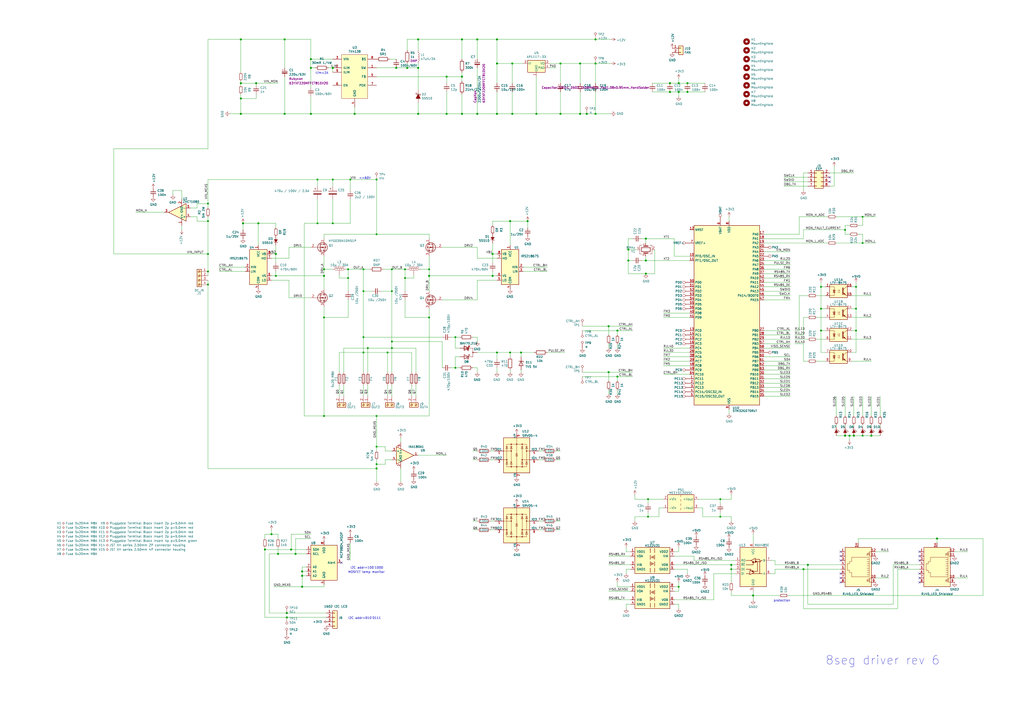
<source format=kicad_sch>
(kicad_sch (version 20230409) (generator eeschema)

  (uuid a4b014d8-050b-4a7a-9077-d2799def17e5)

  (paper "A2")

  

  (junction (at 345.44 66.04) (diameter 1.016) (color 0 0 0 0)
    (uuid 00f422f1-f7f8-45df-931d-5010ff4fc931)
  )
  (junction (at 248.92 160.02) (diameter 1.016) (color 0 0 0 0)
    (uuid 0320d5ba-1f2a-4dbb-90ec-b8337f7c0078)
  )
  (junction (at 311.15 66.04) (diameter 1.016) (color 0 0 0 0)
    (uuid 035e3df6-a887-424c-8db8-3025c19db82a)
  )
  (junction (at 417.83 289.56) (diameter 0) (color 0 0 0 0)
    (uuid 08ee1e7a-8d3a-4298-bf77-657ae0db370b)
  )
  (junction (at 165.1 22.86) (diameter 1.016) (color 0 0 0 0)
    (uuid 0903abc9-8580-46a5-a0e4-5ce6a661e2ab)
  )
  (junction (at 417.83 299.72) (diameter 0) (color 0 0 0 0)
    (uuid 09412149-c3d7-42cc-b02a-e8a0a7d26ad1)
  )
  (junction (at 340.36 66.04) (diameter 1.016) (color 0 0 0 0)
    (uuid 0a067b79-8dc4-41ec-aa3e-4cf0bb5d840d)
  )
  (junction (at 496.57 191.77) (diameter 0) (color 0 0 0 0)
    (uuid 0a0d5359-1d79-44ae-bbc1-b3db6ece17a2)
  )
  (junction (at 175.26 334.01) (diameter 1.016) (color 0 0 0 0)
    (uuid 0ca53f50-b13d-43cb-88af-bf26352ab851)
  )
  (junction (at 259.08 44.45) (diameter 1.016) (color 0 0 0 0)
    (uuid 0e013a49-ea28-4317-91d8-c846afcf1446)
  )
  (junction (at 375.92 299.72) (diameter 0) (color 0 0 0 0)
    (uuid 0e8c626b-bb94-41ba-bd62-878b934553b1)
  )
  (junction (at 345.44 36.83) (diameter 1.016) (color 0 0 0 0)
    (uuid 0ecb41a9-edcd-4167-851b-0a409316af20)
  )
  (junction (at 227.33 201.93) (diameter 0) (color 0 0 0 0)
    (uuid 117b1c6d-cd05-4165-95be-8cc26682d4e6)
  )
  (junction (at 120.65 118.11) (diameter 0) (color 0 0 0 0)
    (uuid 12481141-735e-4613-bc2c-ed1fbae616af)
  )
  (junction (at 213.36 201.93) (diameter 0) (color 0 0 0 0)
    (uuid 130bbd26-5cf4-44a7-89ae-0b1c35d239d6)
  )
  (junction (at 267.97 66.04) (diameter 1.016) (color 0 0 0 0)
    (uuid 17438b62-92c5-4c16-8372-5519e17644ba)
  )
  (junction (at 288.29 204.47) (diameter 0) (color 0 0 0 0)
    (uuid 176d78f8-ee33-48e8-8626-c5f4a9ac9253)
  )
  (junction (at 364.49 151.13) (diameter 1.016) (color 0 0 0 0)
    (uuid 197eb893-ab50-430d-9190-6ad4ef716463)
  )
  (junction (at 496.57 179.07) (diameter 0) (color 0 0 0 0)
    (uuid 19e14406-ba74-4917-a048-f5dbe4e6afab)
  )
  (junction (at 139.7 22.86) (diameter 1.016) (color 0 0 0 0)
    (uuid 1d5da22d-f43f-4a8c-b79f-b6a201ab433d)
  )
  (junction (at 157.48 309.88) (diameter 1.016) (color 0 0 0 0)
    (uuid 1eeb059b-acfc-46ea-bb64-a81bc92bb3a3)
  )
  (junction (at 476.25 179.07) (diameter 0) (color 0 0 0 0)
    (uuid 211d2edf-7005-449f-bc5d-8eca38d8bb6e)
  )
  (junction (at 543.56 312.42) (diameter 1.016) (color 0 0 0 0)
    (uuid 2177752a-ab07-4db4-a753-15c95f4ea0ea)
  )
  (junction (at 218.44 259.08) (diameter 0) (color 0 0 0 0)
    (uuid 26c973fa-96f3-42b2-a211-ca3d321e1041)
  )
  (junction (at 492.76 252.73) (diameter 1.016) (color 0 0 0 0)
    (uuid 27fcf822-a402-4867-858f-a19ea5819b84)
  )
  (junction (at 148.59 48.26) (diameter 1.016) (color 0 0 0 0)
    (uuid 29d932ac-35b1-4719-b024-fb16ea3d7d64)
  )
  (junction (at 295.91 128.27) (diameter 1.016) (color 0 0 0 0)
    (uuid 2bbf58a4-4126-478e-b296-04cae21d1e49)
  )
  (junction (at 302.26 204.47) (diameter 0) (color 0 0 0 0)
    (uuid 2de04189-82cd-4f64-bb4a-d15b8bda3c3d)
  )
  (junction (at 180.34 66.04) (diameter 1.016) (color 0 0 0 0)
    (uuid 2ef7a379-fc96-409e-86be-72ad614f5c77)
  )
  (junction (at 187.96 160.02) (diameter 1.016) (color 0 0 0 0)
    (uuid 33c966db-50f5-43db-9455-0a2a2c65d44b)
  )
  (junction (at 210.82 204.47) (diameter 0) (color 0 0 0 0)
    (uuid 34a8df00-dce4-4145-858c-4ee04793e310)
  )
  (junction (at 201.93 161.29) (diameter 0) (color 0 0 0 0)
    (uuid 350628bc-cd1a-40ff-b431-4e7d7c62d68b)
  )
  (junction (at 259.08 66.04) (diameter 1.016) (color 0 0 0 0)
    (uuid 377b7b69-af5e-4cc7-8770-03636f199c92)
  )
  (junction (at 495.3 252.73) (diameter 1.016) (color 0 0 0 0)
    (uuid 3a1e84d6-a87a-4bfb-a2a4-3c6397a7592a)
  )
  (junction (at 227.33 168.91) (diameter 0) (color 0 0 0 0)
    (uuid 3a8f40ae-2e79-4177-9f98-fb8dc7763aba)
  )
  (junction (at 500.38 125.73) (diameter 0) (color 0 0 0 0)
    (uuid 3b5623e9-46f1-4b36-9457-0c0b1018d010)
  )
  (junction (at 353.06 189.23) (diameter 1.016) (color 0 0 0 0)
    (uuid 3ba4cc3b-ceb4-4b38-8b98-08a2715df3eb)
  )
  (junction (at 187.96 241.3) (diameter 0) (color 0 0 0 0)
    (uuid 3cf83d27-64e8-4f02-8293-9208ee79a516)
  )
  (junction (at 500.38 252.73) (diameter 0) (color 0 0 0 0)
    (uuid 3eff19e4-fd72-476a-87b1-b08e7931cbe4)
  )
  (junction (at 227.33 156.21) (diameter 0) (color 0 0 0 0)
    (uuid 40689062-8cea-423a-ae91-f37b9b5d6731)
  )
  (junction (at 325.12 66.04) (diameter 1.016) (color 0 0 0 0)
    (uuid 41ab825f-1308-4d4a-91de-7aaf5c5b747f)
  )
  (junction (at 120.65 157.48) (diameter 0) (color 0 0 0 0)
    (uuid 41d1bc65-d837-4d03-b9b1-af5f3dac5494)
  )
  (junction (at 242.57 39.37) (diameter 1.016) (color 0 0 0 0)
    (uuid 423257a9-1cf1-4a26-a368-ae40c8616c22)
  )
  (junction (at 358.14 218.44) (diameter 1.016) (color 0 0 0 0)
    (uuid 442eceee-b445-4cfa-9521-bb7fb466462a)
  )
  (junction (at 288.29 66.04) (diameter 1.016) (color 0 0 0 0)
    (uuid 4467c9c4-0f8b-4288-b7af-6bb921025486)
  )
  (junction (at 288.29 36.83) (diameter 1.016) (color 0 0 0 0)
    (uuid 4a47447e-b34c-4e4b-b428-2f135e8a14ea)
  )
  (junction (at 153.67 318.77) (diameter 1.016) (color 0 0 0 0)
    (uuid 4d19e9f6-2b27-4560-a8a4-871f4ba21385)
  )
  (junction (at 205.74 66.04) (diameter 1.016) (color 0 0 0 0)
    (uuid 4d403375-e327-48a2-a6fd-056a25e40431)
  )
  (junction (at 297.18 36.83) (diameter 1.016) (color 0 0 0 0)
    (uuid 4d7cf408-1fc7-4553-9038-f9c22b416fa2)
  )
  (junction (at 295.91 204.47) (diameter 0) (color 0 0 0 0)
    (uuid 4ed5c65d-270b-421e-a4bb-055283c5e7de)
  )
  (junction (at 171.45 321.31) (diameter 1.016) (color 0 0 0 0)
    (uuid 510b37f1-3e19-48e5-8568-52d428cbdd61)
  )
  (junction (at 336.55 36.83) (diameter 1.016) (color 0 0 0 0)
    (uuid 526dfc45-c0d3-4891-8542-76be0de6756f)
  )
  (junction (at 160.02 160.02) (diameter 0) (color 0 0 0 0)
    (uuid 52f7564e-abff-467f-bf4c-1375dc3072a9)
  )
  (junction (at 276.86 22.86) (diameter 1.016) (color 0 0 0 0)
    (uuid 5358b62b-76e6-4793-ac7f-61586e0c2ec1)
  )
  (junction (at 374.65 151.13) (diameter 1.016) (color 0 0 0 0)
    (uuid 546dfa7f-4b59-408f-b383-761304e2055d)
  )
  (junction (at 160.02 147.32) (diameter 1.016) (color 0 0 0 0)
    (uuid 5924bd5c-a4a5-4953-94e3-24f4618f17dc)
  )
  (junction (at 234.95 156.21) (diameter 0) (color 0 0 0 0)
    (uuid 5a597426-dcd2-4ae1-9a74-aab26e1fd4bb)
  )
  (junction (at 180.34 39.37) (diameter 1.016) (color 0 0 0 0)
    (uuid 5b091244-19d1-4b58-aaf6-db793657a6a4)
  )
  (junction (at 496.57 166.37) (diameter 0) (color 0 0 0 0)
    (uuid 5c9d06b1-c0cb-4b76-95d2-6ba7983a9bc7)
  )
  (junction (at 218.44 241.3) (diameter 0) (color 0 0 0 0)
    (uuid 5e3d3ba1-9852-4139-b92b-4df2f2492174)
  )
  (junction (at 393.7 340.36) (diameter 0) (color 0 0 0 0)
    (uuid 5ef12dd1-8374-4bec-8a76-bfc5aa1498e7)
  )
  (junction (at 218.44 135.89) (diameter 0) (color 0 0 0 0)
    (uuid 5fdb59f3-416a-47f0-8757-7fc89a377871)
  )
  (junction (at 187.96 184.15) (diameter 0) (color 0 0 0 0)
    (uuid 5ffc360b-17f9-4288-b7d7-f6939e9bb824)
  )
  (junction (at 345.44 22.86) (diameter 1.016) (color 0 0 0 0)
    (uuid 6112e5e3-5333-4eec-b6e2-b535ee37a2f6)
  )
  (junction (at 140.97 129.54) (diameter 1.016) (color 0 0 0 0)
    (uuid 62499af8-dd25-46ec-90b9-62e3a1422b55)
  )
  (junction (at 297.18 66.04) (diameter 1.016) (color 0 0 0 0)
    (uuid 66c337d2-b5e0-493e-aac8-3c7c16bef129)
  )
  (junction (at 175.26 340.36) (diameter 1.016) (color 0 0 0 0)
    (uuid 67df6e4b-aea8-4c3c-b09a-0bfc42ca01ba)
  )
  (junction (at 210.82 156.21) (diameter 0) (color 0 0 0 0)
    (uuid 6a3e1dec-9cfc-4b3b-8983-a4237bc395c9)
  )
  (junction (at 500.38 140.97) (diameter 0) (color 0 0 0 0)
    (uuid 6b26881f-f251-4a0d-afad-8a6a4c5835b2)
  )
  (junction (at 393.7 53.34) (diameter 1.016) (color 0 0 0 0)
    (uuid 6f0907ee-51ac-4830-99ce-6f122169ebd5)
  )
  (junction (at 476.25 191.77) (diameter 0) (color 0 0 0 0)
    (uuid 70afe2ac-da0b-4481-b3dc-104bb2f2cf5c)
  )
  (junction (at 364.49 144.78) (diameter 1.016) (color 0 0 0 0)
    (uuid 71b23dd2-c4ff-48b0-b045-1cef4afdd0ba)
  )
  (junction (at 398.78 53.34) (diameter 1.016) (color 0 0 0 0)
    (uuid 726abf46-4c68-4de0-b28d-c64c6f1363ba)
  )
  (junction (at 210.82 195.58) (diameter 0) (color 0 0 0 0)
    (uuid 742ae2b3-db2a-47dc-b1f4-64bee423a2d9)
  )
  (junction (at 242.57 66.04) (diameter 1.016) (color 0 0 0 0)
    (uuid 74a91f23-026b-488a-8683-941ade4f8419)
  )
  (junction (at 193.04 104.14) (diameter 0) (color 0 0 0 0)
    (uuid 75441a35-7b8c-409e-9ac9-a06169866556)
  )
  (junction (at 234.95 161.29) (diameter 0) (color 0 0 0 0)
    (uuid 770f518c-7b5d-4e34-9c97-192a6af07510)
  )
  (junction (at 248.92 184.15) (diameter 0) (color 0 0 0 0)
    (uuid 7790582f-4aa9-4c7d-9b50-29e85d31af39)
  )
  (junction (at 168.91 318.77) (diameter 1.016) (color 0 0 0 0)
    (uuid 7a96add3-47eb-4e25-94c5-098c8c67bd25)
  )
  (junction (at 353.06 215.9) (diameter 1.016) (color 0 0 0 0)
    (uuid 8590b800-13d7-4325-b887-26ccf4d18c5a)
  )
  (junction (at 374.65 158.75) (diameter 1.016) (color 0 0 0 0)
    (uuid 869ab7b5-94ce-4ba4-ac06-f87b4d6a081e)
  )
  (junction (at 505.46 252.73) (diameter 1.016) (color 0 0 0 0)
    (uuid 86c38215-051f-4de4-9483-d96bedd86a9e)
  )
  (junction (at 161.29 321.31) (diameter 1.016) (color 0 0 0 0)
    (uuid 874d7e1c-e18e-482b-9de1-baa9c0166694)
  )
  (junction (at 180.34 34.29) (diameter 1.016) (color 0 0 0 0)
    (uuid 892cf1a6-708d-475a-a57e-f3ba0d9faa64)
  )
  (junction (at 276.86 66.04) (diameter 1.016) (color 0 0 0 0)
    (uuid 894a30af-e630-490e-b8fd-be6ea13ab67c)
  )
  (junction (at 227.33 198.12) (diameter 0) (color 0 0 0 0)
    (uuid 89a24618-80e8-4a46-8fe8-cbe240cb817c)
  )
  (junction (at 120.65 147.32) (diameter 0) (color 0 0 0 0)
    (uuid 8bdbfe33-cc57-4b3d-a4f0-5eaf267628d3)
  )
  (junction (at 285.75 147.32) (diameter 1.016) (color 0 0 0 0)
    (uuid 8f2a842c-a024-4a46-bace-f8363576d461)
  )
  (junction (at 267.97 22.86) (diameter 1.016) (color 0 0 0 0)
    (uuid 90df0114-0305-498a-b67b-e25624694405)
  )
  (junction (at 285.75 160.02) (diameter 1.016) (color 0 0 0 0)
    (uuid 910d03ea-b724-4332-8f3b-1c8ecf717b86)
  )
  (junction (at 466.09 330.2) (diameter 1.016) (color 0 0 0 0)
    (uuid 97530217-d9c2-4032-8a95-548dd7ec914d)
  )
  (junction (at 248.92 156.21) (diameter 0) (color 0 0 0 0)
    (uuid 9766ca31-408b-4d95-9bad-173ca2b52508)
  )
  (junction (at 490.22 252.73) (diameter 1.016) (color 0 0 0 0)
    (uuid 9948e0a1-7b24-4486-a82f-1d91da28a292)
  )
  (junction (at 184.15 129.54) (diameter 0) (color 0 0 0 0)
    (uuid 9b4baf89-104f-4286-b4e5-ae37eebed429)
  )
  (junction (at 149.86 129.54) (diameter 1.016) (color 0 0 0 0)
    (uuid 9b74b1b8-a079-4f26-86cb-e2d6b81bdb59)
  )
  (junction (at 203.2 104.14) (diameter 0) (color 0 0 0 0)
    (uuid 9c9e7b9a-3512-4b00-a4b3-3ba5e0af1faa)
  )
  (junction (at 218.44 269.24) (diameter 0) (color 0 0 0 0)
    (uuid 9e7cc61a-56b6-453e-8aa6-893d4ef70806)
  )
  (junction (at 139.7 66.04) (diameter 1.016) (color 0 0 0 0)
    (uuid 9ea2e9ea-6b59-4473-90c7-59b29455eba8)
  )
  (junction (at 120.65 165.1) (diameter 0) (color 0 0 0 0)
    (uuid a06437e5-dc2c-4eed-b39d-8ddf36907e33)
  )
  (junction (at 398.78 48.26) (diameter 1.016) (color 0 0 0 0)
    (uuid a0dccd9a-c66a-4903-bce0-ac1049d29474)
  )
  (junction (at 325.12 36.83) (diameter 1.016) (color 0 0 0 0)
    (uuid a71f8055-7cc3-4ed1-937c-85a0c4bc488e)
  )
  (junction (at 120.65 128.27) (diameter 0) (color 0 0 0 0)
    (uuid a90c89ab-51df-4a17-9990-10a79d1ae44b)
  )
  (junction (at 224.79 204.47) (diameter 0) (color 0 0 0 0)
    (uuid acb3dbc8-11cf-4a73-8680-8cd7d2ef6507)
  )
  (junction (at 267.97 44.45) (diameter 1.016) (color 0 0 0 0)
    (uuid ad0b028b-81c5-43f9-a187-cfc93887d452)
  )
  (junction (at 393.7 48.26) (diameter 1.016) (color 0 0 0 0)
    (uuid ad2bb25f-d622-4d87-947a-dc4d94a393ae)
  )
  (junction (at 218.44 271.78) (diameter 1.016) (color 0 0 0 0)
    (uuid af50ecc3-8bf3-4d38-9727-ca14d09557ea)
  )
  (junction (at 436.88 345.44) (diameter 1.016) (color 0 0 0 0)
    (uuid af9650c7-e985-4bd4-891a-54a81329d534)
  )
  (junction (at 236.22 39.37) (diameter 1.016) (color 0 0 0 0)
    (uuid afb2050b-873a-4057-a6f5-2f8efbd48ac6)
  )
  (junction (at 165.1 66.04) (diameter 1.016) (color 0 0 0 0)
    (uuid b458bd04-5ee4-4069-8fb9-5f1984ee02a1)
  )
  (junction (at 139.7 48.26) (diameter 1.016) (color 0 0 0 0)
    (uuid ba2201e2-6ab3-43df-bed9-9ac88aec6ed9)
  )
  (junction (at 388.62 48.26) (diameter 1.016) (color 0 0 0 0)
    (uuid bfb6e205-4940-46f0-9df4-153f8e1aaa7f)
  )
  (junction (at 375.92 289.56) (diameter 0) (color 0 0 0 0)
    (uuid bfbd8467-f886-4530-ab09-cae4d2a8aa60)
  )
  (junction (at 468.63 327.66) (diameter 1.016) (color 0 0 0 0)
    (uuid c06fdadb-8ddb-412d-af41-69083e917112)
  )
  (junction (at 264.16 195.58) (diameter 0) (color 0 0 0 0)
    (uuid c2bf86a7-2544-42d3-abe9-f753e4ee5a4c)
  )
  (junction (at 358.14 191.77) (diameter 1.016) (color 0 0 0 0)
    (uuid c3127fc8-ab5b-4477-a3d7-4ba0b9c49089)
  )
  (junction (at 264.16 213.36) (diameter 0) (color 0 0 0 0)
    (uuid c66bed68-af8e-477e-800f-414019c70f5b)
  )
  (junction (at 229.87 39.37) (diameter 1.016) (color 0 0 0 0)
    (uuid c66f7e17-4c9b-49ec-a9d9-a26d8d08f351)
  )
  (junction (at 424.18 327.66) (diameter 1.016) (color 0 0 0 0)
    (uuid cec8ba27-616e-40a4-90cc-2b3e8fe9ee8b)
  )
  (junction (at 193.04 39.37) (diameter 1.016) (color 0 0 0 0)
    (uuid d2f0248d-b920-4443-96ee-1df87eceaf08)
  )
  (junction (at 184.15 104.14) (diameter 0) (color 0 0 0 0)
    (uuid d41d247c-161e-4204-a709-b270344d03c3)
  )
  (junction (at 476.25 166.37) (diameter 0) (color 0 0 0 0)
    (uuid db9f3bd0-8457-4418-afa3-a97048d16f26)
  )
  (junction (at 336.55 66.04) (diameter 1.016) (color 0 0 0 0)
    (uuid e00e7a69-7876-4f7f-84a6-70f9097f197d)
  )
  (junction (at 306.07 128.27) (diameter 1.016) (color 0 0 0 0)
    (uuid e0f69eb1-4709-4657-9f74-fb5d17a06ed4)
  )
  (junction (at 175.26 331.47) (diameter 1.016) (color 0 0 0 0)
    (uuid e3e41faa-8169-4615-a9c9-213c0d620a5e)
  )
  (junction (at 166.37 355.6) (diameter 1.016) (color 0 0 0 0)
    (uuid e48f7b35-32c2-4f21-8f16-b643e635e96e)
  )
  (junction (at 424.18 330.2) (diameter 0) (color 0 0 0 0)
    (uuid e60a82f4-29b9-480c-8c6f-082dc0ab7f1f)
  )
  (junction (at 166.37 358.14) (diameter 1.016) (color 0 0 0 0)
    (uuid e62ec827-61f3-4a66-8872-be2c46aecf07)
  )
  (junction (at 242.57 22.86) (diameter 1.016) (color 0 0 0 0)
    (uuid e65fb0cc-5624-4d1f-8b10-47d46fc3067e)
  )
  (junction (at 201.93 156.21) (diameter 0) (color 0 0 0 0)
    (uuid e6932ae2-dc0c-4f61-95b9-7af407aa076c)
  )
  (junction (at 374.65 138.43) (diameter 1.016) (color 0 0 0 0)
    (uuid e9036d12-438e-4734-99a1-0bb5aaef2eec)
  )
  (junction (at 288.29 22.86) (diameter 1.016) (color 0 0 0 0)
    (uuid ea126893-85e1-47f7-ab86-95880f835131)
  )
  (junction (at 210.82 168.91) (diameter 0) (color 0 0 0 0)
    (uuid eade7e85-16df-4223-b3a9-b1508e758abd)
  )
  (junction (at 490.22 133.35) (diameter 0) (color 0 0 0 0)
    (uuid f1eaa29b-d971-40a2-b1d4-15c9ba8bd275)
  )
  (junction (at 187.96 156.21) (diameter 0) (color 0 0 0 0)
    (uuid f25eed45-9cff-4bcf-8f75-f4bb2d064bf1)
  )
  (junction (at 193.04 129.54) (diameter 0) (color 0 0 0 0)
    (uuid f46551b8-c188-4699-8077-80afdd7181cf)
  )
  (junction (at 388.62 53.34) (diameter 1.016) (color 0 0 0 0)
    (uuid f4a903a9-fcfe-48ab-8d0a-abc0c3179b30)
  )
  (junction (at 139.7 57.15) (diameter 1.016) (color 0 0 0 0)
    (uuid fd27718e-14d1-4dfa-96ae-77db64da4003)
  )
  (junction (at 218.44 104.14) (diameter 0) (color 0 0 0 0)
    (uuid fdd18836-d862-47dc-890b-f20f98cf0ea3)
  )

  (no_connect (at 487.68 322.58) (uuid 0525c98b-0dec-46f0-b699-cf9475eeba19))
  (no_connect (at 198.12 326.39) (uuid 46ca69a9-5d31-4bc1-9ced-3c7b116a3036))
  (no_connect (at 533.4 337.82) (uuid 48946b18-b753-4e71-9ee3-e5230a2a902b))
  (no_connect (at 487.68 335.28) (uuid 8c58f85d-95d4-4f58-b4a4-ac4fac049f55))
  (no_connect (at 487.68 337.82) (uuid 9f54a902-0b18-46b9-98ad-c6792cdae6e5))
  (no_connect (at 533.4 325.12) (uuid a46b7c0d-b4fa-47dc-98a5-d5c593c702e2))
  (no_connect (at 487.68 332.74) (uuid afa60920-e327-4b32-a46c-fdf8291c7430))
  (no_connect (at 533.4 320.04) (uuid b13cb89e-237e-45c6-91a5-897be29331f8))
  (no_connect (at 487.68 325.12) (uuid b1f38491-4652-422c-b0da-514a2293ea97))
  (no_connect (at 487.68 320.04) (uuid c53ede21-0cf3-4111-ae02-3c1756ee5063))
  (no_connect (at 533.4 332.74) (uuid ed34b661-daf0-4e2b-bcde-b8cd1cfc0f39))
  (no_connect (at 533.4 322.58) (uuid ee45a50c-ebfd-40d3-9b4b-c2b9bf90055d))
  (no_connect (at 533.4 335.28) (uuid eee60b3c-25b9-475e-a949-38aec09eec65))
  (no_connect (at 481.33 105.41) (uuid ef77bb6b-94ba-436b-ad9f-5fc5cbc010bc))
  (no_connect (at 481.33 102.87) (uuid ef77bb6b-94ba-436b-ad9f-5fc5cbc010bd))

  (wire (pts (xy 398.78 48.26) (xy 408.94 48.26))
    (stroke (width 0) (type solid))
    (uuid 0125158a-83af-46c8-9c53-40abe6b401a2)
  )
  (wire (pts (xy 259.08 66.04) (xy 267.97 66.04))
    (stroke (width 0) (type solid))
    (uuid 02ad3fbc-4f36-4004-b97c-1262e0af1410)
  )
  (wire (pts (xy 461.01 194.31) (xy 466.09 194.31))
    (stroke (width 0) (type default))
    (uuid 02fcc3cd-80ac-45d8-a2d0-00636f65cc92)
  )
  (wire (pts (xy 223.52 269.24) (xy 223.52 266.7))
    (stroke (width 0) (type default))
    (uuid 031fba2e-dd93-4900-afa3-6c360b1d9363)
  )
  (wire (pts (xy 318.77 39.37) (xy 322.58 39.37))
    (stroke (width 0) (type solid))
    (uuid 033d91b2-7700-47d4-9813-cae9e301651e)
  )
  (wire (pts (xy 182.88 39.37) (xy 180.34 39.37))
    (stroke (width 0) (type solid))
    (uuid 039718b7-fa03-431f-b93b-f6449ecff0cf)
  )
  (wire (pts (xy 234.95 161.29) (xy 234.95 168.91))
    (stroke (width 0) (type default))
    (uuid 03eee8c4-5569-457f-b3a9-cea990f0636c)
  )
  (wire (pts (xy 492.76 130.81) (xy 490.22 130.81))
    (stroke (width 0) (type default))
    (uuid 04026016-3474-447c-9724-0e9128046132)
  )
  (wire (pts (xy 171.45 321.31) (xy 161.29 321.31))
    (stroke (width 0) (type solid))
    (uuid 0532c6b3-06b8-49eb-8576-10b05a190a90)
  )
  (wire (pts (xy 358.14 340.36) (xy 365.76 340.36))
    (stroke (width 0) (type default))
    (uuid 057c0cbc-dbc9-4526-835b-46cf3c41bc85)
  )
  (wire (pts (xy 166.37 355.6) (xy 189.23 355.6))
    (stroke (width 0) (type solid))
    (uuid 05d38674-844f-4d26-96a8-fbe915d8031c)
  )
  (wire (pts (xy 114.3 128.27) (xy 120.65 128.27))
    (stroke (width 0) (type default))
    (uuid 067b5c43-4fd9-4094-9167-89dc0c02bfaa)
  )
  (wire (pts (xy 248.92 184.15) (xy 248.92 179.07))
    (stroke (width 0) (type solid))
    (uuid 070aefd7-d02d-48d1-a2d5-d2f761a52ecb)
  )
  (wire (pts (xy 443.23 168.91) (xy 458.47 168.91))
    (stroke (width 0) (type default))
    (uuid 076b2c7b-42d9-4290-8e12-be7c6687b4b1)
  )
  (wire (pts (xy 363.22 320.04) (xy 365.76 320.04))
    (stroke (width 0) (type default))
    (uuid 07f70b5e-d3e2-473c-82b1-5b6a3d28b50b)
  )
  (wire (pts (xy 227.33 198.12) (xy 227.33 201.93))
    (stroke (width 0) (type default))
    (uuid 08f2dd9b-f0df-47f9-87fd-19251f9a5050)
  )
  (wire (pts (xy 187.96 148.59) (xy 187.96 156.21))
    (stroke (width 0) (type solid))
    (uuid 0908971d-0a3b-4817-9803-29a53fd07749)
  )
  (wire (pts (xy 276.86 34.29) (xy 276.86 22.86))
    (stroke (width 0) (type solid))
    (uuid 093dd22f-3d54-4f90-b915-835042bcb84a)
  )
  (wire (pts (xy 322.58 261.62) (xy 325.12 261.62))
    (stroke (width 0) (type default))
    (uuid 0959fa8d-9220-4008-a51b-bb9e6a4c02d6)
  )
  (wire (pts (xy 407.67 299.72) (xy 417.83 299.72))
    (stroke (width 0) (type default))
    (uuid 0ac29e11-12ab-4c46-96db-db8276d5eda5)
  )
  (wire (pts (xy 473.71 171.45) (xy 478.79 171.45))
    (stroke (width 0) (type default))
    (uuid 0acd6478-5b08-4a01-b857-900f30f26ca8)
  )
  (wire (pts (xy 295.91 204.47) (xy 302.26 204.47))
    (stroke (width 0) (type default))
    (uuid 0b7a8689-8d01-4b07-96e3-71de780db8a7)
  )
  (wire (pts (xy 353.06 220.98) (xy 353.06 215.9))
    (stroke (width 0) (type solid))
    (uuid 0b93ea2e-0566-43ca-bf2a-622432378311)
  )
  (wire (pts (xy 443.23 140.97) (xy 480.06 140.97))
    (stroke (width 0) (type default))
    (uuid 0c13295e-99db-4533-baa8-d2e52bbceced)
  )
  (wire (pts (xy 353.06 322.58) (xy 365.76 322.58))
    (stroke (width 0) (type default))
    (uuid 0c8275b9-ba39-4689-ac9d-deae68307a32)
  )
  (wire (pts (xy 495.3 252.73) (xy 500.38 252.73))
    (stroke (width 0) (type solid))
    (uuid 0cebc144-945e-4a32-ab17-9a31b1d9ae3c)
  )
  (wire (pts (xy 153.67 309.88) (xy 157.48 309.88))
    (stroke (width 0) (type solid))
    (uuid 0cf786f4-9ec9-4931-a516-37b088a3d637)
  )
  (wire (pts (xy 443.23 158.75) (xy 458.47 158.75))
    (stroke (width 0) (type default))
    (uuid 0d454349-0d0f-427c-9368-fa144754f232)
  )
  (wire (pts (xy 114.3 118.11) (xy 120.65 118.11))
    (stroke (width 0) (type default))
    (uuid 0e335656-eaa1-4e4a-816a-0461f0ebf055)
  )
  (wire (pts (xy 160.02 152.4) (xy 160.02 147.32))
    (stroke (width 0) (type solid))
    (uuid 0ecd8ca8-2bc2-45c5-ad7b-6c09666d3f74)
  )
  (wire (pts (xy 378.46 53.34) (xy 388.62 53.34))
    (stroke (width 0) (type solid))
    (uuid 0f2f0a3c-fba8-4afe-b065-5fc5eab9928a)
  )
  (wire (pts (xy 424.18 330.2) (xy 426.72 330.2))
    (stroke (width 0) (type solid))
    (uuid 0f4cb350-8717-478f-b37e-0f0d5e99ba26)
  )
  (wire (pts (xy 497.84 130.81) (xy 500.38 130.81))
    (stroke (width 0) (type default))
    (uuid 0fa163ac-a571-47b9-a950-875acfe924fb)
  )
  (wire (pts (xy 223.52 261.62) (xy 223.52 259.08))
    (stroke (width 0) (type default))
    (uuid 1032fd79-9290-40e0-986c-46e5ba31d9a4)
  )
  (wire (pts (xy 285.75 140.97) (xy 285.75 147.32))
    (stroke (width 0) (type solid))
    (uuid 108118cd-b53d-45e4-bc19-661872f51c56)
  )
  (wire (pts (xy 353.06 199.39) (xy 353.06 201.93))
    (stroke (width 0) (type solid))
    (uuid 108dffa3-ee94-4f6c-8c9b-8fcc612789ed)
  )
  (wire (pts (xy 443.23 214.63) (xy 458.47 214.63))
    (stroke (width 0) (type default))
    (uuid 113d6b28-daaa-4396-921f-d5474b6fc7e9)
  )
  (wire (pts (xy 210.82 156.21) (xy 210.82 168.91))
    (stroke (width 0) (type default))
    (uuid 114da88a-20fc-4bf7-a411-8ec88f6f74e9)
  )
  (wire (pts (xy 466.09 133.35) (xy 490.22 133.35))
    (stroke (width 0) (type default))
    (uuid 1190c65c-a56a-4813-86bb-b73c9b38e863)
  )
  (wire (pts (xy 490.22 252.73) (xy 492.76 252.73))
    (stroke (width 0) (type solid))
    (uuid 12694466-e0eb-4952-a56a-f3bd573ff09d)
  )
  (wire (pts (xy 515.62 320.04) (xy 508 320.04))
    (stroke (width 0) (type solid))
    (uuid 126f7227-746c-448e-9226-2736d76e960a)
  )
  (wire (pts (xy 218.44 241.3) (xy 248.92 241.3))
    (stroke (width 0) (type solid))
    (uuid 129dd7d3-7b19-4873-9400-1909dfe49e0e)
  )
  (wire (pts (xy 340.36 66.04) (xy 336.55 66.04))
    (stroke (width 0) (type solid))
    (uuid 133ecb11-56bc-4794-937f-1abf634b7f58)
  )
  (wire (pts (xy 375.92 289.56) (xy 375.92 292.1))
    (stroke (width 0) (type default))
    (uuid 134e4681-2f22-4bfb-bcc5-b0774ba181df)
  )
  (wire (pts (xy 120.65 157.48) (xy 120.65 160.02))
    (stroke (width 0) (type default))
    (uuid 1402534c-88f2-4995-ae34-8f5c78e4e6ac)
  )
  (wire (pts (xy 267.97 41.91) (xy 267.97 44.45))
    (stroke (width 0) (type solid))
    (uuid 14d4c963-d162-4ab2-ab1d-1406c8d3fdd3)
  )
  (wire (pts (xy 284.48 307.34) (xy 287.02 307.34))
    (stroke (width 0) (type default))
    (uuid 155e2c2a-9175-4575-aedb-041ebc6323f4)
  )
  (wire (pts (xy 223.52 266.7) (xy 227.33 266.7))
    (stroke (width 0) (type default))
    (uuid 155fb880-cd5e-4e1a-aab2-46c761e6ded9)
  )
  (wire (pts (xy 443.23 138.43) (xy 466.09 138.43))
    (stroke (width 0) (type default))
    (uuid 158effc7-5f56-4c6b-a693-ee1e345d88b6)
  )
  (wire (pts (xy 312.42 261.62) (xy 314.96 261.62))
    (stroke (width 0) (type default))
    (uuid 15b8eade-289b-4893-bc0a-170bc7d52355)
  )
  (wire (pts (xy 443.23 219.71) (xy 458.47 219.71))
    (stroke (width 0) (type default))
    (uuid 161ab9e2-8a7a-4ce3-9ef5-674fb688eee0)
  )
  (wire (pts (xy 496.57 163.83) (xy 496.57 166.37))
    (stroke (width 0) (type default))
    (uuid 18431b79-a1c9-4ac7-afbd-7458b6318c4f)
  )
  (wire (pts (xy 393.7 48.26) (xy 398.78 48.26))
    (stroke (width 0) (type solid))
    (uuid 19386036-f8af-4364-9139-d83f9a7cfeca)
  )
  (wire (pts (xy 494.03 191.77) (xy 496.57 191.77))
    (stroke (width 0) (type default))
    (uuid 1a3b004e-caf0-4311-aad6-aee615184492)
  )
  (wire (pts (xy 203.2 314.96) (xy 203.2 325.12))
    (stroke (width 0) (type solid))
    (uuid 1a50ad5c-6205-4160-ba9c-1bec89ce3fdc)
  )
  (wire (pts (xy 384.81 204.47) (xy 400.05 204.47))
    (stroke (width 0) (type default))
    (uuid 1d0e6c24-529d-4e09-8bf9-0c88f569d3e0)
  )
  (wire (pts (xy 238.76 204.47) (xy 238.76 215.9))
    (stroke (width 0) (type default))
    (uuid 1d1bb7ac-274d-4d0c-b694-cbf924df9661)
  )
  (wire (pts (xy 382.27 299.72) (xy 382.27 294.64))
    (stroke (width 0) (type default))
    (uuid 1d47adbf-4e2c-48c3-bea2-54815367415e)
  )
  (wire (pts (xy 284.48 302.26) (xy 287.02 302.26))
    (stroke (width 0) (type default))
    (uuid 1df04e40-7c1a-48ef-a50d-8107d40a70a5)
  )
  (wire (pts (xy 201.93 161.29) (xy 201.93 168.91))
    (stroke (width 0) (type default))
    (uuid 1f2d32fb-454d-463b-b91a-8691195009e7)
  )
  (wire (pts (xy 473.71 209.55) (xy 478.79 209.55))
    (stroke (width 0) (type default))
    (uuid 1f41c816-d3bd-4464-a124-0bf91987ecfc)
  )
  (wire (pts (xy 364.49 138.43) (xy 364.49 144.78))
    (stroke (width 0) (type solid))
    (uuid 1f9a47d5-2c2c-4476-9ac0-f08877814dc3)
  )
  (wire (pts (xy 175.26 331.47) (xy 175.26 328.93))
    (stroke (width 0) (type solid))
    (uuid 1fdcf579-1f56-4cfe-a366-e3065e5ae496)
  )
  (wire (pts (xy 494.03 179.07) (xy 496.57 179.07))
    (stroke (width 0) (type default))
    (uuid 202a59c1-0230-440b-8af5-14a5e9489c1c)
  )
  (wire (pts (xy 267.97 44.45) (xy 259.08 44.45))
    (stroke (width 0) (type solid))
    (uuid 203836eb-57ed-4622-8ae4-a4649274b56a)
  )
  (wire (pts (xy 336.55 66.04) (xy 325.12 66.04))
    (stroke (width 0) (type solid))
    (uuid 20722d8e-166e-42fc-9fb8-d4ba5dfcce4e)
  )
  (wire (pts (xy 500.38 229.87) (xy 500.38 241.3))
    (stroke (width 0) (type default))
    (uuid 2089f42a-5ae5-4c20-8cf9-7d9d5e318235)
  )
  (wire (pts (xy 168.91 318.77) (xy 177.8 318.77))
    (stroke (width 0) (type solid))
    (uuid 20bb2acd-0728-4eea-aa61-1cd1137853f9)
  )
  (wire (pts (xy 303.53 157.48) (xy 317.5 157.48))
    (stroke (width 0) (type solid))
    (uuid 2119f8cf-1bfd-4efb-bae6-0673b989e953)
  )
  (wire (pts (xy 345.44 36.83) (xy 345.44 48.26))
    (stroke (width 0) (type solid))
    (uuid 21234ddc-d704-4bcc-b93b-72912cb07486)
  )
  (wire (pts (xy 224.79 204.47) (xy 224.79 215.9))
    (stroke (width 0) (type default))
    (uuid 2170b760-d6c5-4168-9966-05420d4aa711)
  )
  (wire (pts (xy 234.95 156.21) (xy 234.95 161.29))
    (stroke (width 0) (type default))
    (uuid 2186a132-24d1-465c-9165-2246080290c4)
  )
  (wire (pts (xy 417.83 299.72) (xy 417.83 297.18))
    (stroke (width 0) (type default))
    (uuid 2222f77a-7b72-4194-bf47-b52926721d08)
  )
  (wire (pts (xy 276.86 204.47) (xy 288.29 204.47))
    (stroke (width 0) (type default))
    (uuid 2256f4bd-5e38-404c-8a36-674b4792e662)
  )
  (wire (pts (xy 157.48 149.86) (xy 167.64 149.86))
    (stroke (width 0) (type solid))
    (uuid 22d539b1-aa2d-4126-8313-647b14df815d)
  )
  (wire (pts (xy 201.93 173.99) (xy 201.93 184.15))
    (stroke (width 0) (type default))
    (uuid 22e90ac2-e2be-490f-97aa-7e99bf4bae5d)
  )
  (wire (pts (xy 295.91 214.63) (xy 295.91 215.9))
    (stroke (width 0) (type default))
    (uuid 235ed7f4-2b5f-44e3-953f-6642955b5cfe)
  )
  (wire (pts (xy 317.5 204.47) (xy 327.66 204.47))
    (stroke (width 0) (type default))
    (uuid 239cc700-4489-4af0-8b7f-323f5e1dc241)
  )
  (wire (pts (xy 114.3 125.73) (xy 114.3 128.27))
    (stroke (width 0) (type default))
    (uuid 240349e5-3476-40a1-bd4f-1dad2aafeba5)
  )
  (wire (pts (xy 476.25 163.83) (xy 476.25 166.37))
    (stroke (width 0) (type default))
    (uuid 247b8d44-cdcf-4fd6-ba0c-863ff2a03dbc)
  )
  (wire (pts (xy 232.41 254) (xy 232.41 256.54))
    (stroke (width 0) (type default))
    (uuid 24b1eb53-b867-4f2b-a5e9-960bed28e909)
  )
  (wire (pts (xy 466.09 209.55) (xy 466.09 199.39))
    (stroke (width 0) (type default))
    (uuid 24e2aeef-5269-4897-97b5-e3bf0d896f56)
  )
  (wire (pts (xy 449.58 330.2) (xy 466.09 330.2))
    (stroke (width 0) (type solid))
    (uuid 2548ced5-e30e-4479-861a-b5ae6f5856db)
  )
  (wire (pts (xy 234.95 184.15) (xy 248.92 184.15))
    (stroke (width 0) (type default))
    (uuid 2569dd80-11ca-4ad3-a257-faf320252e2b)
  )
  (wire (pts (xy 285.75 160.02) (xy 285.75 157.48))
    (stroke (width 0) (type solid))
    (uuid 28545e89-5996-44f7-a7c2-435506710854)
  )
  (wire (pts (xy 167.64 143.51) (xy 180.34 143.51))
    (stroke (width 0) (type solid))
    (uuid 2883da6b-707a-42ff-bc47-667e594bdcee)
  )
  (wire (pts (xy 481.33 100.33) (xy 495.3 100.33))
    (stroke (width 0) (type default))
    (uuid 299c69df-b066-4288-8746-a45f7bb6d49e)
  )
  (wire (pts (xy 443.23 163.83) (xy 458.47 163.83))
    (stroke (width 0) (type default))
    (uuid 29f257fd-3461-4fee-b52a-b04dd2e20273)
  )
  (wire (pts (xy 267.97 34.29) (xy 267.97 22.86))
    (stroke (width 0) (type solid))
    (uuid 2a8dea25-7f62-46a5-b965-c0339cfba17b)
  )
  (wire (pts (xy 533.4 327.66) (xy 518.16 327.66))
    (stroke (width 0) (type solid))
    (uuid 2afdc978-63bd-448c-9795-189944a599f7)
  )
  (wire (pts (xy 391.16 342.9) (xy 393.7 342.9))
    (stroke (width 0) (type default))
    (uuid 2c221c10-95c0-40fa-84c5-759f376f0ca2)
  )
  (wire (pts (xy 443.23 151.13) (xy 458.47 151.13))
    (stroke (width 0) (type default))
    (uuid 2c22ee4c-7946-4994-bbea-e823d5a4341f)
  )
  (wire (pts (xy 449.58 325.12) (xy 447.04 325.12))
    (stroke (width 0) (type solid))
    (uuid 2cb2100c-65c6-416d-ab46-a251ba444449)
  )
  (wire (pts (xy 199.39 201.93) (xy 199.39 215.9))
    (stroke (width 0) (type default))
    (uuid 2d450c64-48c4-4d27-8e19-ed71db6f0116)
  )
  (wire (pts (xy 288.29 22.86) (xy 345.44 22.86))
    (stroke (width 0) (type solid))
    (uuid 2d736b78-52e8-4c9f-b4a7-1d6cd6402359)
  )
  (wire (pts (xy 240.03 161.29) (xy 234.95 161.29))
    (stroke (width 0) (type default))
    (uuid 2e669fee-b078-4b04-9c36-c7af94b3981a)
  )
  (wire (pts (xy 490.22 229.87) (xy 490.22 241.3))
    (stroke (width 0) (type default))
    (uuid 2f398f3e-bacb-459a-8096-a0841c6cb4d0)
  )
  (wire (pts (xy 120.65 162.56) (xy 120.65 165.1))
    (stroke (width 0) (type default))
    (uuid 2f49371f-e586-423d-88eb-dc03b833031a)
  )
  (wire (pts (xy 66.04 86.36) (xy 66.04 147.32))
    (stroke (width 0) (type solid))
    (uuid 2f772b15-75aa-4e10-bd84-d50607db1a9c)
  )
  (wire (pts (xy 424.18 330.2) (xy 424.18 337.82))
    (stroke (width 0) (type solid))
    (uuid 2fe4250b-e951-4b1c-b3a8-74a8f91f7d13)
  )
  (wire (pts (xy 196.85 204.47) (xy 196.85 215.9))
    (stroke (width 0) (type default))
    (uuid 306bc5a3-57ca-477e-a67c-88b41186bb04)
  )
  (wire (pts (xy 139.7 57.15) (xy 139.7 66.04))
    (stroke (width 0) (type solid))
    (uuid 30b01222-0d73-453c-90e6-99610fc12481)
  )
  (wire (pts (xy 515.62 335.28) (xy 508 335.28))
    (stroke (width 0) (type solid))
    (uuid 30ecdb28-3d59-4a4b-a00d-f051e07c60be)
  )
  (wire (pts (xy 354.33 36.83) (xy 345.44 36.83))
    (stroke (width 0) (type solid))
    (uuid 31030719-2911-426f-9475-12446519a3ab)
  )
  (wire (pts (xy 139.7 22.86) (xy 165.1 22.86))
    (stroke (width 0) (type solid))
    (uuid 3224ee25-6500-407a-b1a9-1825dc32e1b8)
  )
  (wire (pts (xy 476.25 166.37) (xy 476.25 179.07))
    (stroke (width 0) (type default))
    (uuid 324b7988-4451-45b9-8d0c-20e43704809e)
  )
  (wire (pts (xy 218.44 241.3) (xy 218.44 259.08))
    (stroke (width 0) (type solid))
    (uuid 324bb16a-2c1f-4db3-8777-711ad4ad0c1f)
  )
  (wire (pts (xy 490.22 130.81) (xy 490.22 133.35))
    (stroke (width 0) (type default))
    (uuid 32d43f26-f375-4e1c-a74b-41d93e6c4add)
  )
  (wire (pts (xy 184.15 107.95) (xy 184.15 104.14))
    (stroke (width 0) (type default))
    (uuid 3305672c-b742-4b5b-939b-580b8e448824)
  )
  (wire (pts (xy 180.34 66.04) (xy 205.74 66.04))
    (stroke (width 0) (type solid))
    (uuid 335c1541-c41a-4865-8038-f9a99210b665)
  )
  (wire (pts (xy 180.34 50.8) (xy 180.34 39.37))
    (stroke (width 0) (type solid))
    (uuid 335f9465-b0a0-4936-8470-00837cf0e156)
  )
  (wire (pts (xy 199.39 201.93) (xy 213.36 201.93))
    (stroke (width 0) (type default))
    (uuid 3381f258-ee86-45d6-878b-fd1055ef74db)
  )
  (wire (pts (xy 494.03 184.15) (xy 505.46 184.15))
    (stroke (width 0) (type default))
    (uuid 343298ee-3d3e-4c2c-ab30-a92a7a05d9e0)
  )
  (wire (pts (xy 384.81 212.09) (xy 400.05 212.09))
    (stroke (width 0) (type default))
    (uuid 347a9bab-bd7e-4bdb-aaa4-6ca6787d5d1f)
  )
  (wire (pts (xy 218.44 39.37) (xy 229.87 39.37))
    (stroke (width 0) (type solid))
    (uuid 3596e6ec-75e7-4e17-b806-7b1bd085d797)
  )
  (wire (pts (xy 466.09 138.43) (xy 466.09 133.35))
    (stroke (width 0) (type default))
    (uuid 3627548f-8df4-45a1-8704-19fe55aa039e)
  )
  (wire (pts (xy 368.3 289.56) (xy 375.92 289.56))
    (stroke (width 0) (type default))
    (uuid 367ddf64-490f-4ec2-bea6-5a1ae271a3bf)
  )
  (wire (pts (xy 393.7 320.04) (xy 391.16 320.04))
    (stroke (width 0) (type default))
    (uuid 36821c9d-f6bb-4185-8691-1f09f12916d2)
  )
  (wire (pts (xy 114.3 120.65) (xy 114.3 118.11))
    (stroke (width 0) (type default))
    (uuid 369649aa-4c8d-44e4-a22b-f5bdfa899c2b)
  )
  (wire (pts (xy 264.16 201.93) (xy 264.16 195.58))
    (stroke (width 0) (type default))
    (uuid 380842c0-ec15-4e9d-a96e-a4568f93c672)
  )
  (wire (pts (xy 234.95 173.99) (xy 234.95 184.15))
    (stroke (width 0) (type default))
    (uuid 386d628b-bfda-4d98-bfc4-cf242ee4b528)
  )
  (wire (pts (xy 248.92 241.3) (xy 248.92 184.15))
    (stroke (width 0) (type solid))
    (uuid 3972df32-7bd0-4013-90ee-0726c2805d3a)
  )
  (wire (pts (xy 240.03 159.385) (xy 240.03 161.29))
    (stroke (width 0) (type default))
    (uuid 3a9cf28e-313c-4f25-840f-c7209ea1bc18)
  )
  (wire (pts (xy 180.34 55.88) (xy 180.34 66.04))
    (stroke (width 0) (type solid))
    (uuid 3acedd28-c5ad-4486-b11e-e26ff286f1be)
  )
  (wire (pts (xy 285.75 152.4) (xy 285.75 147.32))
    (stroke (width 0) (type solid))
    (uuid 3bf041ca-aa95-4d73-9568-816469a62bdb)
  )
  (wire (pts (xy 353.06 327.66) (xy 365.76 327.66))
    (stroke (width 0) (type default))
    (uuid 3c19949c-365f-4530-9b80-eae644b4c932)
  )
  (wire (pts (xy 496.57 166.37) (xy 496.57 179.07))
    (stroke (width 0) (type default))
    (uuid 3c6c47a0-6083-4332-a469-f12bef0680a2)
  )
  (wire (pts (xy 243.84 156.21) (xy 248.92 156.21))
    (stroke (width 0) (type default))
    (uuid 3cb62ded-034b-4d71-b933-4ee755bbb548)
  )
  (wire (pts (xy 336.55 66.04) (xy 336.55 53.34))
    (stroke (width 0) (type solid))
    (uuid 3cd2984f-255f-4b46-9e5e-0ab45f87dd65)
  )
  (wire (pts (xy 353.06 347.98) (xy 365.76 347.98))
    (stroke (width 0) (type default))
    (uuid 3d26cd3d-5cc9-4dcf-b7c6-48ffd8f3689b)
  )
  (wire (pts (xy 336.55 36.83) (xy 325.12 36.83))
    (stroke (width 0) (type solid))
    (uuid 3d92c617-07ae-4d93-b049-4f502398d919)
  )
  (wire (pts (xy 261.62 195.58) (xy 264.16 195.58))
    (stroke (width 0) (type default))
    (uuid 3da6ee3f-bb4f-4c60-8362-f35dab82e087)
  )
  (wire (pts (xy 368.3 299.72) (xy 375.92 299.72))
    (stroke (width 0) (type default))
    (uuid 3de8f65c-82a8-42a0-a9e6-871fc0cdf77d)
  )
  (wire (pts (xy 325.12 53.34) (xy 325.12 66.04))
    (stroke (width 0) (type solid))
    (uuid 3e46f43e-117b-4201-b55b-60de080c575a)
  )
  (wire (pts (xy 311.15 66.04) (xy 297.18 66.04))
    (stroke (width 0) (type solid))
    (uuid 3eda573e-c79c-4202-adfa-be1124c8759c)
  )
  (wire (pts (xy 149.86 142.24) (xy 149.86 129.54))
    (stroke (width 0) (type solid))
    (uuid 3f48c207-eaf8-435a-986c-75ad1b899330)
  )
  (wire (pts (xy 285.75 128.27) (xy 285.75 130.81))
    (stroke (width 0) (type solid))
    (uuid 3fae7e89-be81-40a3-b77b-650f3c1bc998)
  )
  (wire (pts (xy 274.32 266.7) (xy 276.86 266.7))
    (stroke (width 0) (type default))
    (uuid 4075c942-2bce-4424-9dbd-d329f52f5f05)
  )
  (wire (pts (xy 224.79 223.52) (xy 224.79 229.87))
    (stroke (width 0) (type default))
    (uuid 40d804c7-5858-4525-9ef8-77402fa67b00)
  )
  (wire (pts (xy 443.23 201.93) (xy 458.47 201.93))
    (stroke (width 0) (type default))
    (uuid 40f6938d-90c5-4927-afbf-149a6f030ac8)
  )
  (wire (pts (xy 374.65 151.13) (xy 372.11 151.13))
    (stroke (width 0) (type solid))
    (uuid 419ac7b0-bbbd-4608-aa75-5dcc91fe5936)
  )
  (wire (pts (xy 139.7 22.86) (xy 139.7 41.91))
    (stroke (width 0) (type solid))
    (uuid 41a0ee78-e56e-45ff-af8c-8844b42fe89a)
  )
  (wire (pts (xy 218.44 269.24) (xy 218.44 271.78))
    (stroke (width 0) (type solid))
    (uuid 41dea260-e753-4100-8795-c9dd7e064746)
  )
  (wire (pts (xy 345.44 53.34) (xy 345.44 66.04))
    (stroke (width 0) (type solid))
    (uuid 420b18a8-ada6-45aa-b09f-45b52d9f69c2)
  )
  (wire (pts (xy 175.26 328.93) (xy 177.8 328.93))
    (stroke (width 0) (type solid))
    (uuid 422bce8f-e41c-4ea5-b5dc-bc2265800bd7)
  )
  (wire (pts (xy 120.65 118.11) (xy 120.65 104.14))
    (stroke (width 0) (type default))
    (uuid 42519df3-7037-4db9-9f29-66f070af23ae)
  )
  (wire (pts (xy 443.23 217.17) (xy 458.47 217.17))
    (stroke (width 0) (type default))
    (uuid 42a2f024-5474-416e-b9fb-4e0dff1dd6ee)
  )
  (wire (pts (xy 561.34 320.04) (xy 553.72 320.04))
    (stroke (width 0) (type solid))
    (uuid 42a46df1-ba4b-4e9f-af5e-379ecb5e3abb)
  )
  (wire (pts (xy 398.78 330.2) (xy 398.78 332.74))
    (stroke (width 0) (type default))
    (uuid 42ea71b9-37ae-4798-a981-e334702fe2cb)
  )
  (wire (pts (xy 187.96 184.15) (xy 187.96 241.3))
    (stroke (width 0) (type solid))
    (uuid 433a3a35-0cbb-402e-8694-fc9bf02ded60)
  )
  (wire (pts (xy 363.22 350.52) (xy 365.76 350.52))
    (stroke (width 0) (type default))
    (uuid 4351da50-19eb-4b20-b09d-4b18e7f55286)
  )
  (wire (pts (xy 388.62 48.26) (xy 393.7 48.26))
    (stroke (width 0) (type solid))
    (uuid 43ccc3fe-40b8-4718-8989-73bd717c4eae)
  )
  (wire (pts (xy 213.36 201.93) (xy 213.36 215.9))
    (stroke (width 0) (type default))
    (uuid 43f1e081-7766-46a5-a2f9-4e7f1fa46036)
  )
  (wire (pts (xy 184.15 115.57) (xy 184.15 129.54))
    (stroke (width 0) (type default))
    (uuid 449690ba-df9f-4967-946a-01e3ff07afac)
  )
  (wire (pts (xy 510.54 247.65) (xy 510.54 246.38))
    (stroke (width 0) (type solid))
    (uuid 4621d05b-e699-465a-963c-52c5fa199ed3)
  )
  (wire (pts (xy 375.92 299.72) (xy 375.92 297.18))
    (stroke (width 0) (type default))
    (uuid 4718ca5a-f1e7-4c2a-970c-0672b68d83bc)
  )
  (wire (pts (xy 303.53 36.83) (xy 297.18 36.83))
    (stroke (width 0) (type solid))
    (uuid 473a27b9-91cb-4fff-8d52-b32221fb2722)
  )
  (wire (pts (xy 66.04 147.32) (xy 120.65 147.32))
    (stroke (width 0) (type solid))
    (uuid 4777ecf9-0837-45c1-a199-2aa373cd2f47)
  )
  (wire (pts (xy 306.07 132.08) (xy 306.07 128.27))
    (stroke (width 0) (type solid))
    (uuid 480660a4-2746-49a1-9411-84aff4482dba)
  )
  (wire (pts (xy 139.7 66.04) (xy 165.1 66.04))
    (stroke (width 0) (type solid))
    (uuid 488724f1-7747-42be-9280-c13f9b0b810d)
  )
  (wire (pts (xy 496.57 204.47) (xy 494.03 204.47))
    (stroke (width 0) (type default))
    (uuid 48f07919-fd5a-4878-a7ed-45d1dbc9cd86)
  )
  (wire (pts (xy 266.7 201.93) (xy 264.16 201.93))
    (stroke (width 0) (type default))
    (uuid 4997258d-14c0-4ebd-84b9-ec8f4303d9a9)
  )
  (wire (pts (xy 561.34 335.28) (xy 553.72 335.28))
    (stroke (width 0) (type solid))
    (uuid 49bb5c48-c8d7-47b0-8baa-1f9fa8b9f30f)
  )
  (wire (pts (xy 295.91 142.24) (xy 295.91 128.27))
    (stroke (width 0) (type solid))
    (uuid 4adc605c-9511-40c9-a8fb-03af751ad1c2)
  )
  (wire (pts (xy 353.06 194.31) (xy 353.06 189.23))
    (stroke (width 0) (type solid))
    (uuid 4b31e03b-d27f-40de-be77-82ec1f6dc084)
  )
  (wire (pts (xy 384.81 207.01) (xy 400.05 207.01))
    (stroke (width 0) (type default))
    (uuid 4d1f75e2-0422-45ef-87fb-0ba5f994cde5)
  )
  (wire (pts (xy 358.14 194.31) (xy 358.14 191.77))
    (stroke (width 0) (type solid))
    (uuid 4d34ea60-4636-4910-ab2b-1fae47987134)
  )
  (wire (pts (xy 180.34 34.29) (xy 193.04 34.29))
    (stroke (width 0) (type solid))
    (uuid 4e54f8da-9508-4f47-a344-4b85778edfbe)
  )
  (wire (pts (xy 285.75 147.32) (xy 288.29 147.32))
    (stroke (width 0) (type solid))
    (uuid 4e7607b1-462d-412e-82c3-96b1acb8f0de)
  )
  (wire (pts (xy 210.82 223.52) (xy 210.82 229.87))
    (stroke (width 0) (type default))
    (uuid 4ea397e4-94d0-421f-a7ff-32bf717b2361)
  )
  (wire (pts (xy 248.92 156.21) (xy 248.92 160.02))
    (stroke (width 0) (type solid))
    (uuid 4f725388-2cd0-4d8d-b58b-3ac0e515802e)
  )
  (wire (pts (xy 218.44 279.4) (xy 218.44 271.78))
    (stroke (width 0) (type default))
    (uuid 4f96a350-307b-43ee-bd44-b4f998d6dd57)
  )
  (wire (pts (xy 276.86 149.86) (xy 276.86 143.51))
    (stroke (width 0) (type solid))
    (uuid 4fe78784-2f46-47ee-8bb5-2504d339c4b3)
  )
  (wire (pts (xy 248.92 160.02) (xy 285.75 160.02))
    (stroke (width 0) (type solid))
    (uuid 5098a24f-acbf-46a8-acdb-96cc2a5b7938)
  )
  (wire (pts (xy 443.23 173.99) (xy 458.47 173.99))
    (stroke (width 0) (type default))
    (uuid 50c4b62e-79a4-4a8e-80c4-c6cfb50f472f)
  )
  (wire (pts (xy 443.23 166.37) (xy 458.47 166.37))
    (stroke (width 0) (type default))
    (uuid 515a30b7-f31e-4efe-9898-c2ff3d3abec5)
  )
  (wire (pts (xy 200.66 156.21) (xy 201.93 156.21))
    (stroke (width 0) (type default))
    (uuid 5196a3c5-6807-410c-8da0-8893671215b5)
  )
  (wire (pts (xy 494.03 209.55) (xy 505.46 209.55))
    (stroke (width 0) (type default))
    (uuid 529ace07-f1b6-4596-a78f-1802158fe9ad)
  )
  (wire (pts (xy 176.53 241.3) (xy 187.96 241.3))
    (stroke (width 0) (type default))
    (uuid 52c28383-bacc-4aea-8951-ea018b8d0814)
  )
  (wire (pts (xy 264.16 207.01) (xy 264.16 213.36))
    (stroke (width 0) (type default))
    (uuid 53686e8d-81a4-4f64-a23d-0130c957607c)
  )
  (wire (pts (xy 384.81 209.55) (xy 400.05 209.55))
    (stroke (width 0) (type default))
    (uuid 5383e614-ef23-41ef-bebd-6f13af40f9fe)
  )
  (wire (pts (xy 358.14 218.44) (xy 367.03 218.44))
    (stroke (width 0) (type solid))
    (uuid 539f701e-e47f-4767-a0ce-7c3fadfb5d26)
  )
  (wire (pts (xy 476.25 191.77) (xy 476.25 204.47))
    (stroke (width 0) (type default))
    (uuid 54144daa-e396-42d7-8c7a-035bebf85d9f)
  )
  (wire (pts (xy 227.33 168.91) (xy 227.33 198.12))
    (stroke (width 0) (type default))
    (uuid 54267438-9651-42f2-aae0-28c74453b840)
  )
  (wire (pts (xy 153.67 318.77) (xy 153.67 317.5))
    (stroke (width 0) (type solid))
    (uuid 54943900-ec6d-47ca-96d9-50d0ca5f335c)
  )
  (wire (pts (xy 180.34 309.88) (xy 168.91 309.88))
    (stroke (width 0) (type solid))
    (uuid 54fe3780-ccd4-41f3-9381-4487438c4f90)
  )
  (wire (pts (xy 236.22 22.86) (xy 242.57 22.86))
    (stroke (width 0) (type solid))
    (uuid 553e188c-21f4-4bb4-8382-beb90479fee0)
  )
  (wire (pts (xy 485.14 125.73) (xy 500.38 125.73))
    (stroke (width 0) (type default))
    (uuid 5590815f-2370-445e-b43b-f4922080e9b3)
  )
  (wire (pts (xy 218.44 269.24) (xy 223.52 269.24))
    (stroke (width 0) (type default))
    (uuid 560d09e7-7680-4ef8-b4e1-b5c2df52037c)
  )
  (wire (pts (xy 256.54 143.51) (xy 276.86 143.51))
    (stroke (width 0) (type solid))
    (uuid 5617c6c7-0e60-44d9-af6f-a2029b66e185)
  )
  (wire (pts (xy 495.3 229.87) (xy 495.3 241.3))
    (stroke (width 0) (type default))
    (uuid 56726d5b-d4a6-4f4b-b565-1eff25aa2a65)
  )
  (wire (pts (xy 288.29 66.04) (xy 276.86 66.04))
    (stroke (width 0) (type solid))
    (uuid 5696ac7b-375c-486c-8dfc-b80a8223e8ff)
  )
  (wire (pts (xy 398.78 53.34) (xy 408.94 53.34))
    (stroke (width 0) (type solid))
    (uuid 56d61ce0-3523-472d-845a-4ee8049ac12e)
  )
  (wire (pts (xy 187.96 241.3) (xy 218.44 241.3))
    (stroke (width 0) (type default))
    (uuid 56eaa467-2d9a-4ec2-beb0-36586b15307b)
  )
  (wire (pts (xy 218.44 271.78) (xy 120.65 271.78))
    (stroke (width 0) (type solid))
    (uuid 57190626-bca4-4cbd-95d4-4e46a846dae2)
  )
  (wire (pts (xy 78.74 123.19) (xy 95.25 123.19))
    (stroke (width 0) (type default))
    (uuid 5760a24e-4896-472e-b4b2-da9ca374244a)
  )
  (wire (pts (xy 393.7 45.72) (xy 393.7 48.26))
    (stroke (width 0) (type solid))
    (uuid 5769aa54-896b-41f8-a848-bc513a8ee3a9)
  )
  (wire (pts (xy 405.13 294.64) (xy 407.67 294.64))
    (stroke (width 0) (type default))
    (uuid 57bd82ac-5c25-4645-b11f-93f53bc5e9c5)
  )
  (wire (pts (xy 148.59 54.61) (xy 148.59 57.15))
    (stroke (width 0) (type solid))
    (uuid 57d5e18c-9ee9-45e7-b6c7-ef92b501895a)
  )
  (wire (pts (xy 443.23 135.89) (xy 463.55 135.89))
    (stroke (width 0) (type default))
    (uuid 581a6a63-36b9-4522-ac25-3c9326d86a95)
  )
  (wire (pts (xy 384.81 217.17) (xy 400.05 217.17))
    (stroke (width 0) (type default))
    (uuid 58568947-8b0d-4901-9bb1-d87e17384dfa)
  )
  (wire (pts (xy 496.57 166.37) (xy 494.03 166.37))
    (stroke (width 0) (type default))
    (uuid 58d1993e-3f5b-4285-9425-186934c615a6)
  )
  (wire (pts (xy 227.33 156.21) (xy 227.33 168.91))
    (stroke (width 0) (type default))
    (uuid 597d987d-e8f4-4c0a-81f6-76134f026f91)
  )
  (wire (pts (xy 210.82 204.47) (xy 210.82 215.9))
    (stroke (width 0) (type default))
    (uuid 5b2f1def-1896-4685-ab86-400e44aeb9db)
  )
  (wire (pts (xy 139.7 48.26) (xy 139.7 49.53))
    (stroke (width 0) (type solid))
    (uuid 5b9b0429-10a4-438a-afa4-83f9ba8ad7b2)
  )
  (wire (pts (xy 175.26 334.01) (xy 175.26 340.36))
    (stroke (width 0) (type solid))
    (uuid 5bb45055-6794-4ee9-94c0-d3d8c49c372a)
  )
  (wire (pts (xy 261.62 213.36) (xy 264.16 213.36))
    (stroke (width 0) (type default))
    (uuid 5c6d371b-edbc-4d11-a07c-bf3af072072f)
  )
  (wire (pts (xy 295.91 207.01) (xy 295.91 204.47))
    (stroke (width 0) (type default))
    (uuid 5cb67836-754a-4e61-8612-56ee49df250f)
  )
  (wire (pts (xy 391.16 327.66) (xy 424.18 327.66))
    (stroke (width 0) (type default))
    (uuid 5d452d6b-5bbd-4b84-8809-994dec2a7140)
  )
  (wire (pts (xy 468.63 327.66) (xy 449.58 327.66))
    (stroke (width 0) (type solid))
    (uuid 5d548295-3ba3-43c7-b448-92294246b2b0)
  )
  (wire (pts (xy 210.82 204.47) (xy 224.79 204.47))
    (stroke (width 0) (type default))
    (uuid 5d6447cc-94b6-4ebc-978d-1cc9c4c24ed1)
  )
  (wire (pts (xy 196.85 223.52) (xy 196.85 229.87))
    (stroke (width 0) (type default))
    (uuid 5f449b76-2145-49b4-bdee-aa004ed53040)
  )
  (wire (pts (xy 167.64 149.86) (xy 167.64 143.51))
    (stroke (width 0) (type solid))
    (uuid 5fe4d9a7-f6c8-4d96-87fe-37f8690b14ee)
  )
  (wire (pts (xy 312.42 266.7) (xy 314.96 266.7))
    (stroke (width 0) (type default))
    (uuid 601ee0cf-d51d-4ab7-933f-01dc6579c29f)
  )
  (wire (pts (xy 171.45 321.31) (xy 177.8 321.31))
    (stroke (width 0) (type solid))
    (uuid 602cbd60-fe56-469c-8d10-a58d13638103)
  )
  (wire (pts (xy 436.88 347.98) (xy 436.88 345.44))
    (stroke (width 0) (type solid))
    (uuid 604c260d-8ef6-4999-840d-2025f6330f57)
  )
  (wire (pts (xy 234.95 156.21) (xy 236.22 156.21))
    (stroke (width 0) (type default))
    (uuid 60f09df5-b84e-4bdc-8c38-e8312b2ae3c6)
  )
  (wire (pts (xy 193.04 104.14) (xy 203.2 104.14))
    (stroke (width 0) (type default))
    (uuid 6147b278-2bd0-4323-9269-8127ea301dbe)
  )
  (wire (pts (xy 156.21 355.6) (xy 156.21 321.31))
    (stroke (width 0) (type solid))
    (uuid 615aba91-87d1-4ec2-92fe-9237c211d62e)
  )
  (wire (pts (xy 218.44 259.08) (xy 223.52 259.08))
    (stroke (width 0) (type default))
    (uuid 61603a95-e825-46f1-be3b-4ae55f350464)
  )
  (wire (pts (xy 443.23 199.39) (xy 458.47 199.39))
    (stroke (width 0) (type default))
    (uuid 618dd9a4-d5d3-4177-80a2-05d3cb0c924d)
  )
  (wire (pts (xy 543.56 312.42) (xy 497.84 312.42))
    (stroke (width 0) (type solid))
    (uuid 620028e3-9997-4ba5-9ccc-0641777ad240)
  )
  (wire (pts (xy 210.82 168.91) (xy 215.9 168.91))
    (stroke (width 0) (type default))
    (uuid 62136e29-0d32-4175-a811-e6f502e88dcb)
  )
  (wire (pts (xy 222.25 156.21) (xy 227.33 156.21))
    (stroke (width 0) (type default))
    (uuid 63514caf-3e2d-4639-af10-c283c2070cdc)
  )
  (wire (pts (xy 267.97 44.45) (xy 267.97 46.99))
    (stroke (width 0) (type solid))
    (uuid 638db062-4011-4661-9942-d8881ebd1a33)
  )
  (wire (pts (xy 302.26 204.47) (xy 309.88 204.47))
    (stroke (width 0) (type default))
    (uuid 639db210-8972-42c5-ac48-ae6ad5ee4e4d)
  )
  (wire (pts (xy 402.59 325.12) (xy 426.72 325.12))
    (stroke (width 0) (type solid))
    (uuid 640ac609-bedc-431b-be24-f4e3ea9cac48)
  )
  (wire (pts (xy 322.58 266.7) (xy 325.12 266.7))
    (stroke (width 0) (type default))
    (uuid 642bc709-a6b1-4c06-9d75-5293adae92c5)
  )
  (wire (pts (xy 424.18 299.72) (xy 424.18 302.26))
    (stroke (width 0) (type default))
    (uuid 643ec3eb-0b88-4870-b88a-cadf972bcfa1)
  )
  (wire (pts (xy 242.57 36.83) (xy 242.57 39.37))
    (stroke (width 0) (type solid))
    (uuid 64f3f564-3573-4b44-8984-59b951a71c39)
  )
  (wire (pts (xy 363.22 330.2) (xy 365.76 330.2))
    (stroke (width 0) (type default))
    (uuid 65091fbd-6f04-470f-a504-f8ca1291b883)
  )
  (wire (pts (xy 496.57 191.77) (xy 496.57 204.47))
    (stroke (width 0) (type default))
    (uuid 6553675a-01f3-4925-8b91-371c10b8cc3e)
  )
  (wire (pts (xy 160.02 160.02) (xy 160.02 157.48))
    (stroke (width 0) (type solid))
    (uuid 65708d86-8fd3-4357-b75f-3ab5b597c9b8)
  )
  (wire (pts (xy 274.32 307.34) (xy 276.86 307.34))
    (stroke (width 0) (type default))
    (uuid 65c03b7d-3404-4dad-a17b-3ee5d4093136)
  )
  (wire (pts (xy 345.44 22.86) (xy 354.33 22.86))
    (stroke (width 0) (type solid))
    (uuid 65ea25d1-adc0-4cf2-9a21-f671cc525e22)
  )
  (wire (pts (xy 264.16 213.36) (xy 266.7 213.36))
    (stroke (width 0) (type default))
    (uuid 65fa2b32-d43e-49f9-85e5-b00da2b18cf7)
  )
  (wire (pts (xy 393.7 350.52) (xy 391.16 350.52))
    (stroke (width 0) (type default))
    (uuid 6676daac-3335-4f9c-8ce7-fcf8145c17ad)
  )
  (wire (pts (xy 110.49 125.73) (xy 114.3 125.73))
    (stroke (width 0) (type default))
    (uuid 671ad546-22f0-4674-88c8-3d9692bdf0ac)
  )
  (wire (pts (xy 187.96 156.21) (xy 193.04 156.21))
    (stroke (width 0) (type default))
    (uuid 6753f892-0d59-4836-938f-5634f87fd337)
  )
  (wire (pts (xy 466.09 184.15) (xy 468.63 184.15))
    (stroke (width 0) (type default))
    (uuid 67a83a5a-3cc9-45bc-bcb6-a016e58ee43b)
  )
  (wire (pts (xy 157.48 309.88) (xy 157.48 307.34))
    (stroke (width 0) (type solid))
    (uuid 68410d8d-098a-43f3-9748-888ad5220e2c)
  )
  (wire (pts (xy 153.67 312.42) (xy 153.67 309.88))
    (stroke (width 0) (type solid))
    (uuid 68a14fc7-4a95-4a2d-871a-8c9c974966e8)
  )
  (wire (pts (xy 242.57 59.69) (xy 242.57 66.04))
    (stroke (width 0) (type solid))
    (uuid 693a085e-2bb9-4a49-9bde-c29331af0bd9)
  )
  (wire (pts (xy 167.64 162.56) (xy 157.48 162.56))
    (stroke (width 0) (type solid))
    (uuid 696556d4-764b-4ada-b818-e7ef2a253483)
  )
  (wire (pts (xy 476.25 191.77) (xy 478.79 191.77))
    (stroke (width 0) (type default))
    (uuid 6a2b871e-71fd-4fbb-94e5-afa0839c2107)
  )
  (wire (pts (xy 476.25 179.07) (xy 476.25 191.77))
    (stroke (width 0) (type default))
    (uuid 6b0cee6e-9560-45e9-a078-58d4d025d793)
  )
  (wire (pts (xy 391.16 330.2) (xy 398.78 330.2))
    (stroke (width 0) (type default))
    (uuid 6b27cf9a-504f-4dfd-9fb6-a5caa4978b99)
  )
  (wire (pts (xy 210.82 195.58) (xy 256.54 195.58))
    (stroke (width 0) (type default))
    (uuid 6b6d89f5-2305-44b8-a719-6249858e4657)
  )
  (wire (pts (xy 227.33 201.93) (xy 241.3 201.93))
    (stroke (width 0) (type default))
    (uuid 6b6f2a27-281c-459d-be45-9f72b2c290dc)
  )
  (wire (pts (xy 543.56 312.42) (xy 543.56 314.96))
    (stroke (width 0) (type solid))
    (uuid 6bef4b90-9621-4d1b-b126-141775d9c1ab)
  )
  (wire (pts (xy 443.23 194.31) (xy 458.47 194.31))
    (stroke (width 0) (type default))
    (uuid 6c011aae-2d50-41a4-bade-e032a7e9274c)
  )
  (wire (pts (xy 364.49 151.13) (xy 367.03 151.13))
    (stroke (width 0) (type solid))
    (uuid 6cf0a52f-f8ec-4325-9a7c-30010108eeaa)
  )
  (wire (pts (xy 463.55 125.73) (xy 463.55 135.89))
    (stroke (width 0) (type default))
    (uuid 6d0f6f9b-8322-4328-89ea-e9d60fce054d)
  )
  (wire (pts (xy 276.86 213.36) (xy 274.32 213.36))
    (stroke (width 0) (type default))
    (uuid 6d2b3bc5-bd27-4776-ab73-a5e0c7db1786)
  )
  (wire (pts (xy 414.02 332.74) (xy 426.72 332.74))
    (stroke (width 0) (type solid))
    (uuid 6d8b5891-f816-4aac-a3e7-dad2c7976e29)
  )
  (wire (pts (xy 417.83 299.72) (xy 424.18 299.72))
    (stroke (width 0) (type default))
    (uuid 6db4e57a-f6fb-445e-93bd-f8da236d2845)
  )
  (wire (pts (xy 227.33 198.12) (xy 256.54 198.12))
    (stroke (width 0) (type default))
    (uuid 6e8d9631-e526-44f9-b1c6-928dea7b00d7)
  )
  (wire (pts (xy 337.82 189.23) (xy 353.06 189.23))
    (stroke (width 0) (type solid))
    (uuid 6eb24218-56fe-4b23-9137-9222a20048da)
  )
  (wire (pts (xy 384.81 184.15) (xy 400.05 184.15))
    (stroke (width 0) (type default))
    (uuid 6ed07067-f8e6-4eac-96d8-8d34db2e5078)
  )
  (wire (pts (xy 374.65 138.43) (xy 391.16 138.43))
    (stroke (width 0) (type solid))
    (uuid 6f06913b-2bb1-4b12-9a7e-c1d6948a6ba6)
  )
  (wire (pts (xy 288.29 22.86) (xy 288.29 36.83))
    (stroke (width 0) (type solid))
    (uuid 6f4b1f1f-3b91-4670-98e8-7613a00a3815)
  )
  (wire (pts (xy 452.12 345.44) (xy 436.88 345.44))
    (stroke (width 0) (type solid))
    (uuid 6fd1a27e-066f-4775-b6fa-e1d204d2bb91)
  )
  (wire (pts (xy 393.7 53.34) (xy 398.78 53.34))
    (stroke (width 0) (type solid))
    (uuid 73380f71-1dd6-483a-a686-3cc7df1a062d)
  )
  (wire (pts (xy 297.18 48.26) (xy 297.18 36.83))
    (stroke (width 0) (type solid))
    (uuid 7368606c-64b6-4cc5-9b60-25f6a96ae738)
  )
  (wire (pts (xy 388.62 53.34) (xy 393.7 53.34))
    (stroke (width 0) (type solid))
    (uuid 744848c3-4c88-4a1a-8580-a190c8e81d8a)
  )
  (wire (pts (xy 393.7 350.52) (xy 393.7 353.06))
    (stroke (width 0) (type default))
    (uuid 77d1ce77-1a82-4ff5-b80b-e6f599ed38a3)
  )
  (wire (pts (xy 443.23 209.55) (xy 458.47 209.55))
    (stroke (width 0) (type default))
    (uuid 78215664-e09c-4195-8a34-d443e4b8271e)
  )
  (wire (pts (xy 193.04 115.57) (xy 193.04 129.54))
    (stroke (width 0) (type default))
    (uuid 79222971-86f5-4adb-be81-b8406a537068)
  )
  (wire (pts (xy 203.2 104.14) (xy 218.44 104.14))
    (stroke (width 0) (type default))
    (uuid 79ac641e-47e2-48f4-bfc1-08cc8f71c31a)
  )
  (wire (pts (xy 236.22 36.83) (xy 236.22 39.37))
    (stroke (width 0) (type solid))
    (uuid 7a59aa26-ceb3-4262-8408-1e7cd0902705)
  )
  (wire (pts (xy 165.1 44.45) (xy 165.1 66.04))
    (stroke (width 0) (type solid))
    (uuid 7a7df2ba-565f-4163-a04a-a68b34a1a414)
  )
  (wire (pts (xy 232.41 271.78) (xy 232.41 279.4))
    (stroke (width 0) (type default))
    (uuid 7b8d8826-872c-4748-95d2-3971cac83b4f)
  )
  (wire (pts (xy 227.33 201.93) (xy 227.33 215.9))
    (stroke (width 0) (type default))
    (uuid 7bb5f8b4-e135-4ee5-bc11-dcd0b9b5860e)
  )
  (wire (pts (xy 184.15 129.54) (xy 176.53 129.54))
    (stroke (width 0) (type default))
    (uuid 7c18e292-f89a-4dc5-b167-59265dda5cea)
  )
  (wire (pts (xy 205.74 66.04) (xy 242.57 66.04))
    (stroke (width 0) (type solid))
    (uuid 7cc018a2-3361-45f1-8aed-20242fa99bd0)
  )
  (wire (pts (xy 322.58 302.26) (xy 325.12 302.26))
    (stroke (width 0) (type default))
    (uuid 7d295825-3331-4f3b-9d10-8c3df7be027a)
  )
  (wire (pts (xy 160.02 160.02) (xy 187.96 160.02))
    (stroke (width 0) (type solid))
    (uuid 7f114f9a-30d1-4e3f-b409-4d4f5e5f1bca)
  )
  (wire (pts (xy 393.7 53.34) (xy 393.7 55.88))
    (stroke (width 0) (type solid))
    (uuid 7f6058ce-5328-419f-b86b-bf41eb7a5c11)
  )
  (wire (pts (xy 266.7 207.01) (xy 264.16 207.01))
    (stroke (width 0) (type default))
    (uuid 7f828171-3816-4e30-9ab3-23866bd27e2f)
  )
  (wire (pts (xy 218.44 135.89) (xy 248.92 135.89))
    (stroke (width 0) (type solid))
    (uuid 80efdf29-c07b-4379-9af1-6477842f47f1)
  )
  (wire (pts (xy 167.64 172.72) (xy 180.34 172.72))
    (stroke (width 0) (type solid))
    (uuid 813e600c-cb40-47af-bb0a-ad28a9cda326)
  )
  (wire (pts (xy 518.16 327.66) (xy 518.16 350.52))
    (stroke (width 0) (type solid))
    (uuid 81e94b40-a034-4641-a81f-d2cd6a1ae016)
  )
  (wire (pts (xy 495.3 246.38) (xy 495.3 247.65))
    (stroke (width 0) (type solid))
    (uuid 820d8e17-ee4b-47b8-a62a-23f03b98ea92)
  )
  (wire (pts (xy 160.02 160.02) (xy 157.48 160.02))
    (stroke (width 0) (type solid))
    (uuid 8210f4a1-43d2-47e9-8826-20fa107585ae)
  )
  (wire (pts (xy 476.25 179.07) (xy 478.79 179.07))
    (stroke (width 0) (type default))
    (uuid 82831d60-a35d-4052-9174-ee03088dd8ba)
  )
  (wire (pts (xy 171.45 312.42) (xy 171.45 321.31))
    (stroke (width 0) (type solid))
    (uuid 82abf92f-9088-45d3-8292-fef3a6ff89d1)
  )
  (wire (pts (xy 175.26 334.01) (xy 175.26 331.47))
    (stroke (width 0) (type solid))
    (uuid 82c05fa1-4c82-479a-9d90-a0b07f41e7fe)
  )
  (wire (pts (xy 218.44 261.62) (xy 218.44 259.08))
    (stroke (width 0) (type solid))
    (uuid 82ec636c-fd2a-45de-b958-ea93b9fd7838)
  )
  (wire (pts (xy 238.76 223.52) (xy 238.76 229.87))
    (stroke (width 0) (type default))
    (uuid 837de493-7daf-44e3-b859-11df40638d42)
  )
  (wire (pts (xy 358.14 226.06) (xy 358.14 228.6))
    (stroke (width 0) (type solid))
    (uuid 83982137-9c5e-4695-850f-a993cc5295a1)
  )
  (wire (pts (xy 156.21 355.6) (xy 166.37 355.6))
    (stroke (width 0) (type solid))
    (uuid 839c1f92-7ac9-456d-b1b3-28b908f0e8e9)
  )
  (wire (pts (xy 201.93 184.15) (xy 187.96 184.15))
    (stroke (width 0) (type default))
    (uuid 844a8335-c226-4913-81ec-e639f7d0ef52)
  )
  (wire (pts (xy 160.02 142.24) (xy 160.02 147.32))
    (stroke (width 0) (type solid))
    (uuid 84773e31-dcdf-4df2-bcaa-382f4f162e6c)
  )
  (wire (pts (xy 226.06 34.29) (xy 229.87 34.29))
    (stroke (width 0) (type solid))
    (uuid 857a9162-4a5e-421d-9a58-cc12e26827e5)
  )
  (wire (pts (xy 379.73 144.78) (xy 379.73 158.75))
    (stroke (width 0) (type solid))
    (uuid 85c42f69-7c95-42be-a556-49b9a7316909)
  )
  (wire (pts (xy 160.02 147.32) (xy 157.48 147.32))
    (stroke (width 0) (type solid))
    (uuid 85f5f52b-60f7-4424-91ef-e5e31758fd87)
  )
  (wire (pts (xy 473.71 184.15) (xy 478.79 184.15))
    (stroke (width 0) (type default))
    (uuid 867e16fa-ce77-4937-84e1-a060ed3d5b70)
  )
  (wire (pts (xy 391.16 340.36) (xy 393.7 340.36))
    (stroke (width 0) (type default))
    (uuid 876e5400-cbe2-4efb-8e69-98fb88932e2d)
  )
  (wire (pts (xy 497.84 135.89) (xy 500.38 135.89))
    (stroke (width 0) (type default))
    (uuid 885e0d2c-e00c-4792-aaa0-fa9160710ed2)
  )
  (wire (pts (xy 288.29 53.34) (xy 288.29 66.04))
    (stroke (width 0) (type solid))
    (uuid 8986a235-dd1f-4eed-8901-8bc1f1ccd799)
  )
  (wire (pts (xy 520.7 353.06) (xy 520.7 330.2))
    (stroke (width 0) (type solid))
    (uuid 89a0b6ce-2734-4f88-8f66-d2f07c67bcc5)
  )
  (wire (pts (xy 276.86 66.04) (xy 276.86 39.37))
    (stroke (width 0) (type solid))
    (uuid 89c77b6a-df7d-499b-9a2c-eb0783e5ff85)
  )
  (wire (pts (xy 436.88 342.9) (xy 436.88 345.44))
    (stroke (width 0) (type solid))
    (uuid 8a365b7e-31fa-483a-8614-79c6259d8f67)
  )
  (wire (pts (xy 193.04 129.54) (xy 203.2 129.54))
    (stroke (width 0) (type default))
    (uuid 8a522bd4-f652-4c8c-b89e-c6ee6d4d360c)
  )
  (wire (pts (xy 375.92 299.72) (xy 382.27 299.72))
    (stroke (width 0) (type default))
    (uuid 8ab7d2b4-aada-4fce-9569-6baa80861c1c)
  )
  (wire (pts (xy 156.21 321.31) (xy 161.29 321.31))
    (stroke (width 0) (type solid))
    (uuid 8ad4fd34-ff42-41c5-8a96-6eb677737c8b)
  )
  (wire (pts (xy 485.14 246.38) (xy 485.14 247.65))
    (stroke (width 0) (type solid))
    (uuid 8ae86afc-29af-46ad-bf4f-ed14933e8ad6)
  )
  (wire (pts (xy 120.65 125.73) (xy 120.65 128.27))
    (stroke (width 0) (type default))
    (uuid 8b5f1c9a-b38f-4381-babf-cc2f87a1b308)
  )
  (wire (pts (xy 187.96 339.09) (xy 187.96 340.36))
    (stroke (width 0) (type solid))
    (uuid 8b70859c-f55f-4bf2-9066-894abaaf27e3)
  )
  (wire (pts (xy 476.25 204.47) (xy 478.79 204.47))
    (stroke (width 0) (type default))
    (uuid 8c74c5ee-5f57-484d-b94f-5cf8a7107ca9)
  )
  (wire (pts (xy 354.33 66.04) (xy 345.44 66.04))
    (stroke (width 0) (type solid))
    (uuid 8cb6a2c9-5e04-41f2-b080-494f56dd8b48)
  )
  (wire (pts (xy 259.08 44.45) (xy 218.44 44.45))
    (stroke (width 0) (type solid))
    (uuid 8d10f85a-6ea9-4f3c-8a24-53fa904df418)
  )
  (wire (pts (xy 391.16 347.98) (xy 414.02 347.98))
    (stroke (width 0) (type default))
    (uuid 8d3cb079-6280-41cf-8bb9-a711b113ca2f)
  )
  (wire (pts (xy 496.57 179.07) (xy 496.57 191.77))
    (stroke (width 0) (type default))
    (uuid 8d764983-830c-4c4e-81b6-45804c6da2b3)
  )
  (wire (pts (xy 210.82 195.58) (xy 210.82 204.47))
    (stroke (width 0) (type default))
    (uuid 8db8dd77-c2e8-46e5-8c61-c72135f6179d)
  )
  (wire (pts (xy 543.56 312.42) (xy 570.23 312.42))
    (stroke (widt
... [340577 chars truncated]
</source>
